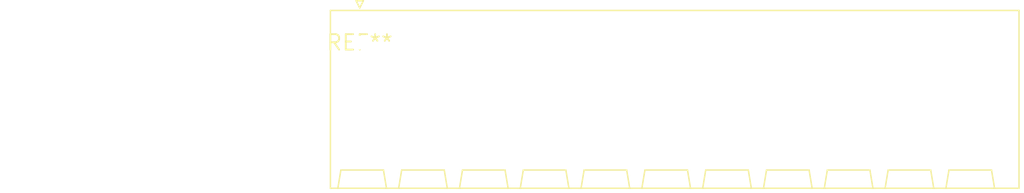
<source format=kicad_pcb>
(kicad_pcb (version 20240108) (generator pcbnew)
  (layers (0 "F.Cu" signal) (31 "B.Cu" signal) (34 "B.Paste" user) (35 "F.Paste" user) (36 "B.SilkS" user "B.Silkscreen") (37 "F.SilkS" user "F.Silkscreen") (38 "B.Mask" user) (39 "F.Mask" user) (44 "Edge.Cuts" user))
  (net 0 "")
  (footprint "PhoenixContact_SPT_2.5_11-H-5.0_1x11_P5.0mm_Horizontal" (layer "F.Cu") (at 0 0)
    (property "Reference" "REF**")
    (property "Value" "PhoenixContact_SPT_2.5_11-H-5.0_1x11_P5.0mm_Horizontal")
    (fp_line (start -2.41 -2.64) (end 54.21 -2.64) (layer "F.SilkS") (stroke (width 0.12)))
    (fp_line (start -2.41 11.98) (end -2.41 -2.64) (layer "F.SilkS") (stroke (width 0.12)))
    (fp_line (start -1.8 11.98) (end -1.55 10.48) (layer "F.SilkS") (stroke (width 0.12)))
    (fp_line (start -1.55 10.48) (end 1.95 10.48) (layer "F.SilkS") (stroke (width 0.12)))
    (fp_line (start -0.3 -3.44) (end 0 -2.84) (layer "F.SilkS") (stroke (width 0.12)))
    (fp_line (start -0.3 -3.44) (end 0.3 -3.44) (layer "F.SilkS") (stroke (width 0.12)))
    (fp_line (start 0.3 -3.44) (end 0 -2.84) (layer "F.SilkS") (stroke (width 0.12)))
    (fp_line (start 2.2 11.98) (end 1.95 10.48) (layer "F.SilkS") (stroke (width 0.12)))
    (fp_line (start 3.2 11.98) (end 3.45 10.48) (layer "F.SilkS") (stroke (width 0.12)))
    (fp_line (start 3.45 10.48) (end 6.95 10.48) (layer "F.SilkS") (stroke (width 0.12)))
    (fp_line (start 7.2 11.98) (end 6.95 10.48) (layer "F.SilkS") (stroke (width 0.12)))
    (fp_line (start 8.2 11.98) (end 8.45 10.48) (layer "F.SilkS") (stroke (width 0.12)))
    (fp_line (start 8.45 10.48) (end 11.95 10.48) (layer "F.SilkS") (stroke (width 0.12)))
    (fp_line (start 12.2 11.98) (end 11.95 10.48) (layer "F.SilkS") (stroke (width 0.12)))
    (fp_line (start 13.2 11.98) (end 13.45 10.48) (layer "F.SilkS") (stroke (width 0.12)))
    (fp_line (start 13.45 10.48) (end 16.95 10.48) (layer "F.SilkS") (stroke (width 0.12)))
    (fp_line (start 17.2 11.98) (end 16.95 10.48) (layer "F.SilkS") (stroke (width 0.12)))
    (fp_line (start 18.2 11.98) (end 18.45 10.48) (layer "F.SilkS") (stroke (width 0.12)))
    (fp_line (start 18.45 10.48) (end 21.95 10.48) (layer "F.SilkS") (stroke (width 0.12)))
    (fp_line (start 22.2 11.98) (end 21.95 10.48) (layer "F.SilkS") (stroke (width 0.12)))
    (fp_line (start 23.2 11.98) (end 23.45 10.48) (layer "F.SilkS") (stroke (width 0.12)))
    (fp_line (start 23.45 10.48) (end 26.95 10.48) (layer "F.SilkS") (stroke (width 0.12)))
    (fp_line (start 27.2 11.98) (end 26.95 10.48) (layer "F.SilkS") (stroke (width 0.12)))
    (fp_line (start 28.2 11.98) (end 28.45 10.48) (layer "F.SilkS") (stroke (width 0.12)))
    (fp_line (start 28.45 10.48) (end 31.95 10.48) (layer "F.SilkS") (stroke (width 0.12)))
    (fp_line (start 32.2 11.98) (end 31.95 10.48) (layer "F.SilkS") (stroke (width 0.12)))
    (fp_line (start 33.2 11.98) (end 33.45 10.48) (layer "F.SilkS") (stroke (width 0.12)))
    (fp_line (start 33.45 10.48) (end 36.95 10.48) (layer "F.SilkS") (stroke (width 0.12)))
    (fp_line (start 37.2 11.98) (end 36.95 10.48) (layer "F.SilkS") (stroke (width 0.12)))
    (fp_line (start 38.2 11.98) (end 38.45 10.48) (layer "F.SilkS") (stroke (width 0.12)))
    (fp_line (start 38.45 10.48) (end 41.95 10.48) (layer "F.SilkS") (stroke (width 0.12)))
    (fp_line (start 42.2 11.98) (end 41.95 10.48) (layer "F.SilkS") (stroke (width 0.12)))
    (fp_line (start 43.2 11.98) (end 43.45 10.48) (layer "F.SilkS") (stroke (width 0.12)))
    (fp_line (start 43.45 10.48) (end 46.95 10.48) (layer "F.SilkS") (stroke (width 0.12)))
    (fp_line (start 47.2 11.98) (end 46.95 10.48) (layer "F.SilkS") (stroke (width 0.12)))
    (fp_line (start 48.2 11.98) (end 48.45 10.48) (layer "F.SilkS") (stroke (width 0.12)))
    (fp_line (start 48.45 10.48) (end 51.95 10.48) (layer "F.SilkS") (stroke (width 0.12)))
    (fp_line (start 52.2 11.98) (end 51.95 10.48) (layer "F.SilkS") (stroke (width 0.12)))
    (fp_line (start 54.21 -2.64) (end 54.21 11.98) (layer "F.SilkS") (stroke (width 0.12)))
    (fp_line (start 54.21 11.98) (end -2.41 11.98) (layer "F.SilkS") (stroke (width 0.12)))
    (pad "1" thru_hole roundrect (at 0 0) (size 1.8 3.3) (drill 1.1) (layers *.Cu *.Mask) (remove_unused_layers) (roundrect_rratio 0.138889))
    (pad "1" thru_hole roundrect (at 0 8.2) (size 1.8 3.3) (drill 1.1) (layers *.Cu *.Mask) (remove_unused_layers) (roundrect_rratio 0.138889))
    (pad "2" thru_hole oval (at 5 0) (size 1.8 3.3) (drill 1.1) (layers *.Cu *.Mask) (remove_unused_layers))
    (pad "2" thru_hole oval (at 5 8.2) (size 1.8 3.3) (drill 1.1) (layers *.Cu *.Mask) (remove_unused_layers))
    (pad "3" thru_hole oval (at 10 0) (size 1.8 3.3) (drill 1.1) (layers *.Cu *.Mask) (remove_unused_layers))
    (pad "3" thru_hole oval (at 10 8.2) (size 1.8 3.3) (drill 1.1) (layers *.Cu *.Mask) (remove_unused_layers))
    (pad "4" thru_hole oval (at 15 0) (size 1.8 3.3) (drill 1.1) (layers *.Cu *.Mask) (remove_unused_layers))
    (pad "4" thru_hole oval (at 15 8.2) (size 1.8 3.3) (drill 1.1) (layers *.Cu *.Mask) (remove_unused_layers))
    (pad "5" thru_hole oval (at 20 0) (size 1.8 3.3) (drill 1.1) (layers *.Cu *.Mask) (remove_unused_layers))
    (pad "5" thru_hole oval (at 20 8.2) (size 1.8 3.3) (drill 1.1) (layers *.Cu *.Mask) (remove_unused_layers))
    (pad "6" thru_hole oval (at 25 0) (size 1.8 3.3) (drill 1.1) (layers *.Cu *.Mask) (remove_unused_layers))
    (pad "6" thru_hole oval (at 25 8.2) (size 1.8 3.3) (drill 1.1) (layers *.Cu *.Mask) (remove_unused_layers))
    (pad "7" thru_hole oval (at 30 0) (size 1.8 3.3) (drill 1.1) (layers *.Cu *.Mask) (remove_unused_layers))
    (pad "7" thru_hole oval (at 30 8.2) (size 1.8 3.3) (drill 1.1) (layers *.Cu *.Mask) (remove_unused_layers))
    (pad "8" thru_hole oval (at 35 0) (size 1.8 3.3) (drill 1.1) (layers *.Cu *.Mask) (remove_unused_layers))
    (pad "8" thru_hole oval (at 35 8.2) (size 1.8 3.3) (drill 1.1) (layers *.Cu *.Mask) (remove_unused_layers))
    (pad "9" thru_hole oval (at 40 0) (size 1.8 3.3) (drill 1.1) (layers *.Cu *.Mask) (remove_unused_layers))
    (pad "9" thru_hole oval (at 40 8.2) (size 1.8 3.3) (drill 1.1) (layers *.Cu *.Mask) (remove_unused_layers))
    (pad "10" thru_hole oval (at 45 0) (size 1.8 3.3) (drill 1.1) (layers *.Cu *.Mask) (remove_unused_layers))
    (pad "10" thru_hole oval (at 45 8.2) (size 1.8 3.3) (drill 1.1) (layers *.Cu *.Mask) (remove_unused_layers))
    (pad "11" thru_hole oval (at 50 0) (size 1.8 3.3) (drill 1.1) (layers *.Cu *.Mask) (remove_unused_layers))
    (pad "11" thru_hole oval (at 50 8.2) (size 1.8 3.3) (drill 1.1) (layers *.Cu *.Mask) (remove_unused_layers))
  )
)
</source>
